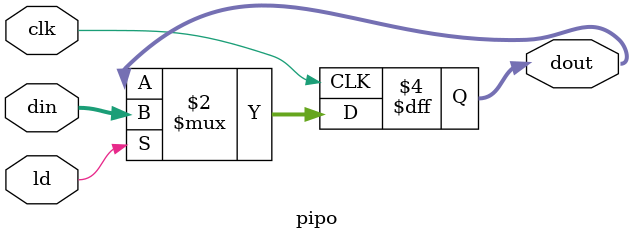
<source format=v>
`timescale 1ns / 1ps
module pipo(dout,din,clk,ld);
  input [15:0]din;
  input ld,clk;
  output reg [15:0] dout;
  
   always @(posedge clk)
   if(ld) dout<=din;
	


endmodule

</source>
